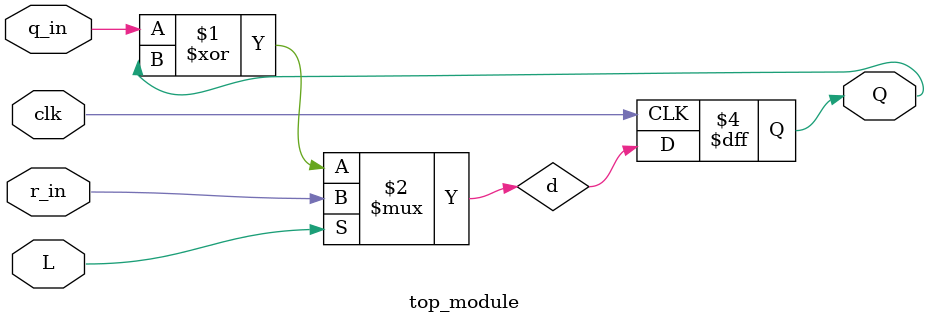
<source format=sv>
module full_module (
    input [2:0] r,
    input L,
    input clk,
    output [2:0] q
);

    wire [2:0] q_internal;

    top_module u0 (.clk(clk), .L(L), .q_in(q_internal[0]), .r_in(r[0]), .Q(q_internal[0]));
    top_module u1 (.clk(clk), .L(L), .q_in(q_internal[1]), .r_in(r[1]), .Q(q_internal[1]));
    top_module u2 (.clk(clk), .L(L), .q_in(q_internal[2]), .r_in(r[2]), .Q(q_internal[2]));

    assign q = q_internal;

endmodule
module top_module(
    input clk,
    input L,
    input q_in,
    input r_in,
    output reg Q
);

    wire d;

    assign d = L ? r_in : (q_in ^ Q);

    always @(posedge clk) begin
        Q <= d;
    end

endmodule

</source>
